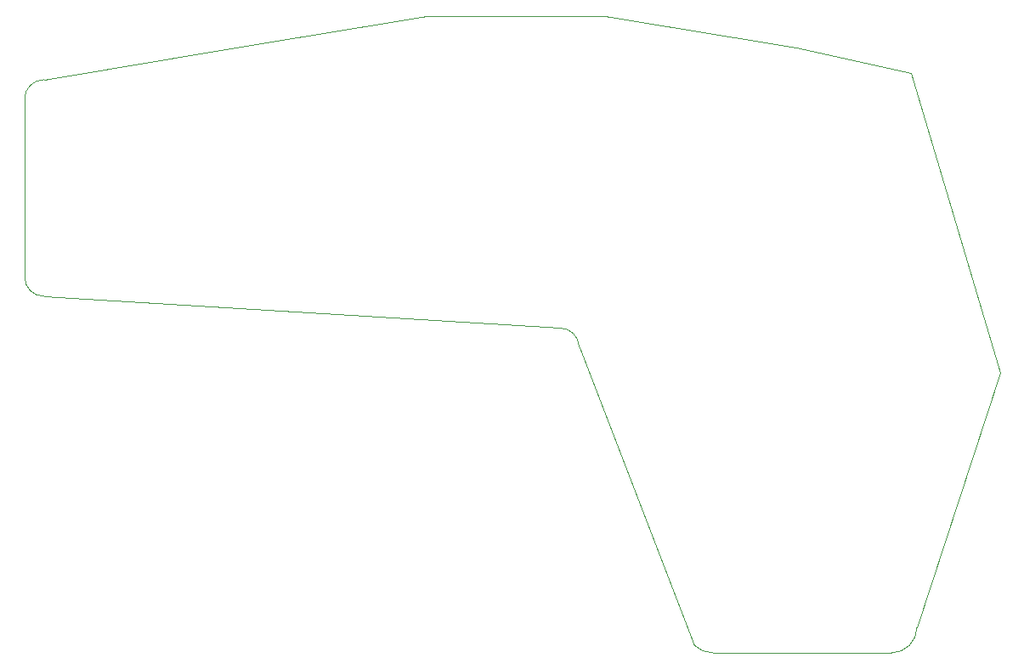
<source format=gbr>
G04 #@! TF.GenerationSoftware,KiCad,Pcbnew,(5.1.5)-3*
G04 #@! TF.CreationDate,2020-09-15T11:54:20+03:00*
G04 #@! TF.ProjectId,reset,72657365-742e-46b6-9963-61645f706362,rev?*
G04 #@! TF.SameCoordinates,Original*
G04 #@! TF.FileFunction,Profile,NP*
%FSLAX46Y46*%
G04 Gerber Fmt 4.6, Leading zero omitted, Abs format (unit mm)*
G04 Created by KiCad (PCBNEW (5.1.5)-3) date 2020-09-15 11:54:20*
%MOMM*%
%LPD*%
G04 APERTURE LIST*
%ADD10C,0.050000*%
G04 APERTURE END LIST*
D10*
X106045000Y-99695000D02*
G75*
G02X107950000Y-101600000I0J-1905000D01*
G01*
X54610000Y-96520000D02*
X106045000Y-99695000D01*
X54610000Y-96520000D02*
G75*
G02X52705000Y-94615000I0J1905000D01*
G01*
X52705000Y-76835000D02*
X52705000Y-94615000D01*
X119380000Y-131290923D02*
X107950000Y-101600000D01*
X121285000Y-132080000D02*
G75*
G02X119380000Y-131290923I0J2694077D01*
G01*
X139065000Y-132080000D02*
X121285000Y-132080000D01*
X141605000Y-129540000D02*
G75*
G02X139065000Y-132080000I-2540000J0D01*
G01*
X52705000Y-76835000D02*
G75*
G02X54610000Y-74930000I1905000J0D01*
G01*
X149860000Y-104140000D02*
X141605000Y-129540000D01*
X140970000Y-74295000D02*
X149860000Y-104140000D01*
X129540000Y-71755000D02*
X140970000Y-74295000D01*
X110490000Y-68580000D02*
X129540000Y-71755000D01*
X92710000Y-68580000D02*
X110490000Y-68580000D01*
X73660000Y-71755000D02*
X92710000Y-68580000D01*
X54610000Y-74930000D02*
X73660000Y-71755000D01*
M02*

</source>
